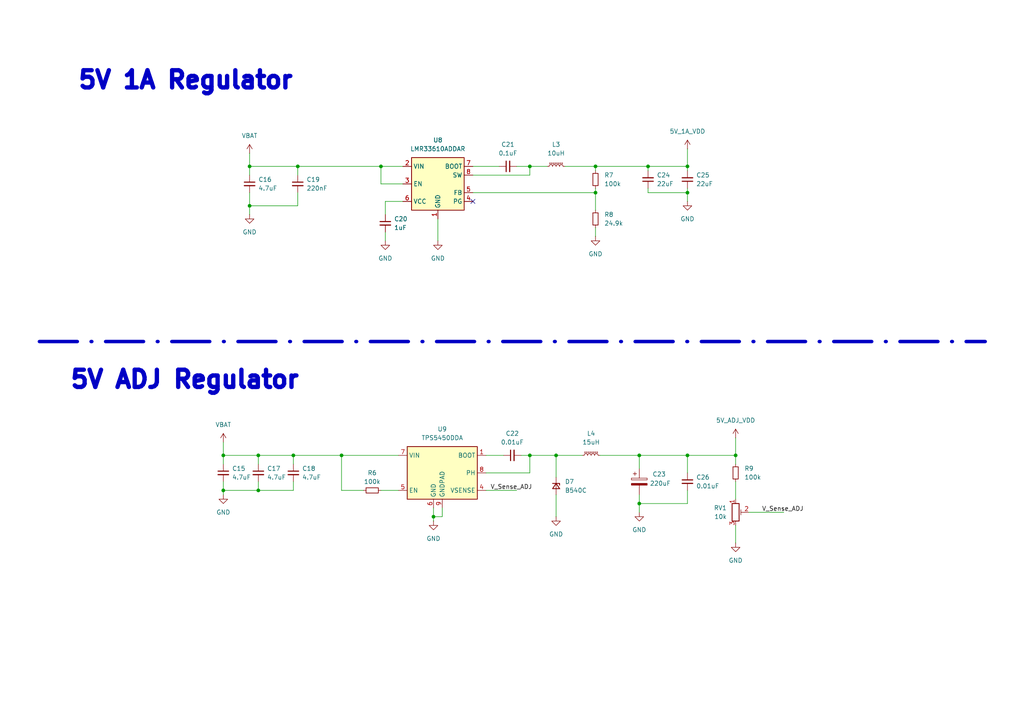
<source format=kicad_sch>
(kicad_sch (version 20250114) (generator "eeschema") (generator_version "9.0")
  (paper "A4")
  (title_block (title "5V Regülatörler") (date "06.03.2025") (rev "rev3") (company "Dronmarket") (comment 3 "Yusuf Karaböcek") (comment 4 "Designed by"))
  (lib_symbols
    (symbol "Device:C_Polarized" (pin_numbers (hide yes)) (pin_names (offset 0.254))
      (property "Reference" "C" (at 0.635 2.54 0))
      (property "Value" "C_Polarized" (at 0.635 -2.54 0))
      (symbol "C_Polarized_0_1"
        (rectangle (start -2.286 0.508) (end 2.286 1.016))
        (polyline (pts (xy -1.778 2.286) (xy -0.762 2.286)))
        (polyline (pts (xy -1.27 2.794) (xy -1.27 1.778)))
        (rectangle (start 2.286 -0.508) (end -2.286 -1.016) (fill (type outline)))
      )
      (symbol "C_Polarized_1_1"
        (pin passive line (at 0 3.81 270) (length 2.794) (name "~") (number "1"))
        (pin passive line (at 0 -3.81 90) (length 2.794) (name "~") (number "2"))
      )
    )
    (symbol "Device:C_Small" (pin_numbers (hide yes)) (pin_names (offset 0.254) (hide yes))
      (property "Reference" "C" (at 0.254 1.778 0))
      (property "Value" "C_Small" (at 0.254 -2.032 0))
      (symbol "C_Small_0_1"
        (polyline (pts (xy -1.524 0.508) (xy 1.524 0.508)) (stroke (width 0.3048)))
        (polyline (pts (xy -1.524 -0.508) (xy 1.524 -0.508)) (stroke (width 0.3302)))
      )
      (symbol "C_Small_1_1"
        (pin passive line (at 0 2.54 270) (length 2.032) (name "~") (number "1"))
        (pin passive line (at 0 -2.54 90) (length 2.032) (name "~") (number "2"))
      )
    )
    (symbol "Device:D_Zener_Small" (pin_numbers (hide yes)) (pin_names (offset 0.254) (hide yes))
      (property "Reference" "D" (at 0 2.286 0))
      (property "Value" "D_Zener_Small" (at 0 -2.286 0))
      (symbol "D_Zener_Small_0_1"
        (polyline (pts (xy -0.254 1.016) (xy -0.762 1.016) (xy -0.762 -1.016)) (stroke (width 0.254)))
        (polyline (pts (xy 0.762 1.016) (xy -0.762 0) (xy 0.762 -1.016) (xy 0.762 1.016)) (stroke (width 0.254)))
        (polyline (pts (xy 0.762 0) (xy -0.762 0)))
      )
      (symbol "D_Zener_Small_1_1"
        (pin passive line (at -2.54 0 0) (length 1.778) (name "K") (number "1"))
        (pin passive line (at 2.54 0 180) (length 1.778) (name "A") (number "2"))
      )
    )
    (symbol "Device:L_Ferrite_Small" (pin_numbers (hide yes)) (pin_names (offset 0.254) (hide yes))
      (property "Reference" "L" (at 1.27 1.016 0))
      (property "Value" "L_Ferrite_Small" (at 1.27 -1.27 0))
      (symbol "L_Ferrite_Small_0_1"
        (arc (start 0 2.032) (mid 0.5058 1.524) (end 0 1.016))
        (arc (start 0 1.016) (mid 0.5058 0.508) (end 0 0))
        (arc (start 0 0) (mid 0.5058 -0.508) (end 0 -1.016))
        (arc (start 0 -1.016) (mid 0.5058 -1.524) (end 0 -2.032))
        (polyline (pts (xy 0.762 1.651) (xy 0.762 1.905)))
        (polyline (pts (xy 0.762 1.143) (xy 0.762 1.397)))
        (polyline (pts (xy 0.762 0.635) (xy 0.762 0.889)))
        (polyline (pts (xy 0.762 0.127) (xy 0.762 0.381)))
        (polyline (pts (xy 0.762 -0.381) (xy 0.762 -0.127)))
        (polyline (pts (xy 0.762 -0.889) (xy 0.762 -0.635)))
        (polyline (pts (xy 0.762 -1.397) (xy 0.762 -1.143)))
        (polyline (pts (xy 0.762 -1.905) (xy 0.762 -1.651)))
        (polyline (pts (xy 1.016 1.905) (xy 1.016 1.651)))
        (polyline (pts (xy 1.016 1.397) (xy 1.016 1.143)))
        (polyline (pts (xy 1.016 0.889) (xy 1.016 0.635)))
        (polyline (pts (xy 1.016 0.381) (xy 1.016 0.127)))
        (polyline (pts (xy 1.016 -0.127) (xy 1.016 -0.381)))
        (polyline (pts (xy 1.016 -0.635) (xy 1.016 -0.889)))
        (polyline (pts (xy 1.016 -1.143) (xy 1.016 -1.397)))
        (polyline (pts (xy 1.016 -1.651) (xy 1.016 -1.905)))
      )
      (symbol "L_Ferrite_Small_1_1"
        (pin passive line (at 0 2.54 270) (length 0.508) (name "~") (number "1"))
        (pin passive line (at 0 -2.54 90) (length 0.508) (name "~") (number "2"))
      )
    )
    (symbol "Device:R_Potentiometer_Trim" (pin_names (offset 1.016) (hide yes))
      (property "Reference" "RV" (at -4.445 0 90))
      (property "Value" "R_Potentiometer_Trim" (at -2.54 0 90))
      (symbol "R_Potentiometer_Trim_0_1"
        (rectangle (start 1.016 2.54) (end -1.016 -2.54) (stroke (width 0.254)))
        (polyline (pts (xy 1.524 0.762) (xy 1.524 -0.762)))
        (polyline (pts (xy 2.54 0) (xy 1.524 0)))
      )
      (symbol "R_Potentiometer_Trim_1_1"
        (pin passive line (at 0 3.81 270) (length 1.27) (name "1") (number "1"))
        (pin passive line (at 0 -3.81 90) (length 1.27) (name "3") (number "3"))
        (pin passive line (at 3.81 0 180) (length 1.27) (name "2") (number "2"))
      )
    )
    (symbol "Device:R_Small" (pin_numbers (hide yes)) (pin_names (offset 0.254) (hide yes))
      (property "Reference" "R" (at 0.762 0.508 0))
      (property "Value" "R_Small" (at 0.762 -1.016 0))
      (symbol "R_Small_0_1"
        (rectangle (start -0.762 1.778) (end 0.762 -1.778) (stroke (width 0.2032)))
      )
      (symbol "R_Small_1_1"
        (pin passive line (at 0 2.54 270) (length 0.762) (name "~") (number "1"))
        (pin passive line (at 0 -2.54 90) (length 0.762) (name "~") (number "2"))
      )
    )
    (symbol "Regulator_Switching:LMR33610ADDAR"
      (property "Reference" "U" (at 0 11.43 0))
      (property "Value" "LMR33610ADDAR" (at 0 8.89 0))
      (symbol "LMR33610ADDAR_0_1"
        (rectangle (start -7.62 7.62) (end 7.62 -7.62) (stroke (width 0.254)) (fill (type background)))
      )
      (symbol "LMR33610ADDAR_1_1"
        (pin power_in line (at -10.16 5.08 0) (length 2.54) (name "VIN") (number "2"))
        (pin input line (at -10.16 0 0) (length 2.54) (name "EN") (number "3"))
        (pin power_out line (at -10.16 -5.08 0) (length 2.54) (name "VCC") (number "6"))
        (pin power_in line (at 0 -10.16 90) (length 2.54) (name "GND") (number "1"))
        (pin passive line (at 0 -10.16 90) (length 2.54) (hide yes) (name "GND") (number "9"))
        (pin input line (at 10.16 5.08 180) (length 2.54) (name "BOOT") (number "7"))
        (pin output line (at 10.16 2.54 180) (length 2.54) (name "SW") (number "8"))
        (pin input line (at 10.16 -2.54 180) (length 2.54) (name "FB") (number "5"))
        (pin open_collector line (at 10.16 -5.08 180) (length 2.54) (name "PG") (number "4"))
      )
    )
    (symbol "Regulator_Switching:TPS5430DDA"
      (property "Reference" "U" (at -10.16 8.89 0))
      (property "Value" "TPS5430DDA" (at -1.27 8.89 0))
      (symbol "TPS5430DDA_0_1"
        (rectangle (start -10.16 7.62) (end 10.16 -7.62) (stroke (width 0.254)) (fill (type background)))
      )
      (symbol "TPS5430DDA_1_1"
        (pin power_in line (at -12.7 5.08 0) (length 2.54) (name "VIN") (number "7"))
        (pin input line (at -12.7 -5.08 0) (length 2.54) (name "EN") (number "5"))
        (pin no_connect line (at -10.16 2.54 0) (length 2.54) (hide yes) (name "NC") (number "2"))
        (pin no_connect line (at -10.16 -2.54 0) (length 2.54) (hide yes) (name "NC") (number "3"))
        (pin power_in line (at -2.54 -10.16 90) (length 2.54) (name "GND") (number "6"))
        (pin power_in line (at 0 -10.16 90) (length 2.54) (name "GNDPAD") (number "9"))
        (pin input line (at 12.7 5.08 180) (length 2.54) (name "BOOT") (number "1"))
        (pin output line (at 12.7 0 180) (length 2.54) (name "PH") (number "8"))
        (pin input line (at 12.7 -5.08 180) (length 2.54) (name "VSENSE") (number "4"))
      )
    )
    (symbol "power:GND" (power) (pin_numbers (hide yes)) (pin_names (offset 0) (hide yes))
      (property "Value" "GND" (at 0 -3.81 0))
      (symbol "GND_0_1"
        (polyline (pts (xy 0 0) (xy 0 -1.27) (xy 1.27 -1.27) (xy 0 -2.54) (xy -1.27 -1.27) (xy 0 -1.27)))
      )
      (symbol "GND_1_1"
        (pin power_in line (at 0 0 270) (length 0) (name "~") (number "1"))
      )
    )
    (symbol "power:VDD" (power) (pin_numbers (hide yes)) (pin_names (offset 0) (hide yes))
      (property "Value" "VDD" (at 0 3.556 0))
      (symbol "VDD_0_1"
        (polyline (pts (xy -0.762 1.27) (xy 0 2.54)))
        (polyline (pts (xy 0 2.54) (xy 0.762 1.27)))
        (polyline (pts (xy 0 0) (xy 0 2.54)))
      )
      (symbol "VDD_1_1"
        (pin power_in line (at 0 0 90) (length 0) (name "~") (number "1"))
      )
    )
  )
  (text "5V ADJ Regulator\n" (at 53.594 110.236 0) (effects (font (size 5 5) (thickness 1.4) (bold yes))))
  (text "5V 1A Regulator\n" (at 53.848 23.368 0) (effects (font (size 5 5) (thickness 1.4) (bold yes))))
  (junction (at 110.49 48.26))
  (junction (at 172.72 48.26))
  (junction (at 187.96 48.26))
  (junction (at 153.67 132.08))
  (junction (at 161.29 132.08))
  (junction (at 199.39 48.26))
  (junction (at 125.73 149.86))
  (junction (at 153.67 48.26))
  (junction (at 72.39 48.26))
  (junction (at 199.39 132.08))
  (junction (at 99.06 132.08))
  (junction (at 185.42 146.05))
  (junction (at 213.36 132.08))
  (junction (at 85.09 132.08))
  (junction (at 74.93 132.08))
  (junction (at 74.93 142.24))
  (junction (at 64.77 142.24))
  (junction (at 199.39 55.88))
  (junction (at 172.72 55.88))
  (junction (at 72.39 59.69))
  (junction (at 86.36 48.26))
  (junction (at 64.77 132.08))
  (junction (at 185.42 132.08))
  (no_connect (at 137.16 58.42))
  (wire (pts (xy 99.06 142.24) (xy 99.06 132.08)))
  (wire (pts (xy 213.36 132.08) (xy 199.39 132.08)))
  (wire (pts (xy 64.77 139.7) (xy 64.77 142.24)))
  (wire (pts (xy 185.42 143.51) (xy 185.42 146.05)))
  (wire (pts (xy 64.77 134.62) (xy 64.77 132.08)))
  (wire (pts (xy 173.99 132.08) (xy 185.42 132.08)))
  (wire (pts (xy 161.29 143.51) (xy 161.29 149.86)))
  (wire (pts (xy 185.42 146.05) (xy 185.42 148.59)))
  (wire (pts (xy 99.06 132.08) (xy 85.09 132.08)))
  (wire (pts (xy 199.39 49.53) (xy 199.39 48.26)))
  (wire (pts (xy 85.09 139.7) (xy 85.09 142.24)))
  (wire (pts (xy 72.39 59.69) (xy 72.39 62.23)))
  (wire (pts (xy 86.36 48.26) (xy 110.49 48.26)))
  (wire (pts (xy 187.96 48.26) (xy 172.72 48.26)))
  (wire (pts (xy 74.93 142.24) (xy 64.77 142.24)))
  (wire (pts (xy 86.36 59.69) (xy 72.39 59.69)))
  (wire (pts (xy 86.36 48.26) (xy 72.39 48.26)))
  (wire (pts (xy 140.97 142.24) (xy 149.86 142.24)))
  (wire (pts (xy 137.16 48.26) (xy 144.78 48.26)))
  (wire (pts (xy 64.77 132.08) (xy 74.93 132.08)))
  (wire (pts (xy 105.41 142.24) (xy 99.06 142.24)))
  (wire (pts (xy 125.73 147.32) (xy 125.73 149.86)))
  (wire (pts (xy 153.67 132.08) (xy 161.29 132.08)))
  (wire (pts (xy 111.76 62.23) (xy 111.76 58.42)))
  (wire (pts (xy 153.67 48.26) (xy 158.75 48.26)))
  (wire (pts (xy 85.09 132.08) (xy 85.09 134.62)))
  (wire (pts (xy 64.77 128.27) (xy 64.77 132.08)))
  (wire (pts (xy 85.09 142.24) (xy 74.93 142.24)))
  (wire (pts (xy 149.86 48.26) (xy 153.67 48.26)))
  (wire (pts (xy 172.72 49.53) (xy 172.72 48.26)))
  (wire (pts (xy 172.72 48.26) (xy 163.83 48.26)))
  (wire (pts (xy 111.76 58.42) (xy 116.84 58.42)))
  (wire (pts (xy 199.39 137.16) (xy 199.39 132.08)))
  (wire (pts (xy 127 63.5) (xy 127 69.85)))
  (wire (pts (xy 72.39 44.45) (xy 72.39 48.26)))
  (wire (pts (xy 199.39 48.26) (xy 187.96 48.26)))
  (wire (pts (xy 125.73 149.86) (xy 125.73 151.13)))
  (wire (pts (xy 199.39 55.88) (xy 199.39 58.42)))
  (wire (pts (xy 110.49 53.34) (xy 110.49 48.26)))
  (wire (pts (xy 199.39 132.08) (xy 185.42 132.08)))
  (wire (pts (xy 199.39 54.61) (xy 199.39 55.88)))
  (wire (pts (xy 213.36 139.7) (xy 213.36 144.78)))
  (wire (pts (xy 74.93 134.62) (xy 74.93 132.08)))
  (wire (pts (xy 172.72 54.61) (xy 172.72 55.88)))
  (wire (pts (xy 128.27 149.86) (xy 125.73 149.86)))
  (wire (pts (xy 74.93 132.08) (xy 85.09 132.08)))
  (wire (pts (xy 161.29 132.08) (xy 168.91 132.08)))
  (wire (pts (xy 140.97 137.16) (xy 153.67 137.16)))
  (wire (pts (xy 72.39 48.26) (xy 72.39 50.8)))
  (wire (pts (xy 172.72 55.88) (xy 172.72 60.96)))
  (wire (pts (xy 137.16 50.8) (xy 153.67 50.8)))
  (wire (pts (xy 153.67 137.16) (xy 153.67 132.08)))
  (wire (pts (xy 217.17 148.59) (xy 227.33 148.59)))
  (wire (pts (xy 161.29 132.08) (xy 161.29 138.43)))
  (wire (pts (xy 72.39 55.88) (xy 72.39 59.69)))
  (wire (pts (xy 199.39 43.18) (xy 199.39 48.26)))
  (wire (pts (xy 187.96 54.61) (xy 187.96 55.88)))
  (wire (pts (xy 110.49 142.24) (xy 115.57 142.24)))
  (wire (pts (xy 199.39 146.05) (xy 185.42 146.05)))
  (wire (pts (xy 213.36 127) (xy 213.36 132.08)))
  (wire (pts (xy 153.67 50.8) (xy 153.67 48.26)))
  (wire (pts (xy 110.49 48.26) (xy 116.84 48.26)))
  (wire (pts (xy 185.42 132.08) (xy 185.42 135.89)))
  (wire (pts (xy 74.93 139.7) (xy 74.93 142.24)))
  (wire (pts (xy 86.36 55.88) (xy 86.36 59.69)))
  (wire (pts (xy 172.72 66.04) (xy 172.72 68.58)))
  (wire (pts (xy 213.36 134.62) (xy 213.36 132.08)))
  (wire (pts (xy 115.57 132.08) (xy 99.06 132.08)))
  (wire (pts (xy 213.36 152.4) (xy 213.36 157.48)))
  (wire (pts (xy 137.16 55.88) (xy 172.72 55.88)))
  (wire (pts (xy 199.39 142.24) (xy 199.39 146.05)))
  (wire (pts (xy 64.77 142.24) (xy 64.77 143.51)))
  (wire (pts (xy 128.27 147.32) (xy 128.27 149.86)))
  (polyline (pts (xy 11.43 99.06) (xy 285.75 99.06)) (stroke (width 1) (type dash_dot)))
  (wire (pts (xy 151.13 132.08) (xy 153.67 132.08)))
  (wire (pts (xy 86.36 50.8) (xy 86.36 48.26)))
  (wire (pts (xy 111.76 67.31) (xy 111.76 69.85)))
  (wire (pts (xy 140.97 132.08) (xy 146.05 132.08)))
  (wire (pts (xy 187.96 55.88) (xy 199.39 55.88)))
  (wire (pts (xy 116.84 53.34) (xy 110.49 53.34)))
  (wire (pts (xy 187.96 49.53) (xy 187.96 48.26)))
  (label "V_Sense_ADJ" (at 220.98 148.59 0))
  (label "V_Sense_ADJ" (at 142.24 142.24 0))
  (symbol (lib_id "power:GND") (at 111.76 69.85 0) (unit 1)
    (property "Reference" "#PWR039" (effects (hide yes)))
    (property "Value" "GND" (at 111.76 74.93 0))
    (property "Description" "Power symbol creates a global label with name \"GND\" , ground" (effects (hide yes)))
  )
  (symbol (lib_id "power:VDD") (at 64.77 128.27 0) (unit 1)
    (property "Reference" "#PWR035" (effects (hide yes)))
    (property "Value" "VBAT" (at 64.77 123.19 0))
    (property "Description" "Power symbol creates a global label with name \"VDD\"" (effects (hide yes)))
  )
  (symbol (lib_id "Device:C_Small") (at 64.77 137.16 0) (unit 1)
    (property "Reference" "C15" (at 67.31 135.8962 0) (effects (justify left)))
    (property "Value" "4.7uF" (at 67.31 138.4362 0) (effects (justify left)))
    (property "Footprint" "Capacitor_SMD:C_0603_1608Metric_Pad1.08x0.95mm_HandSolder" (effects (hide yes)))
    (property "Description" "Unpolarized capacitor, small symbol" (effects (hide yes)))
  )
  (symbol (lib_id "Device:L_Ferrite_Small") (at 161.29 48.26 90) (unit 1)
    (property "Reference" "L3" (at 161.29 41.91 90))
    (property "Value" "10uH" (at 161.29 44.45 90))
    (property "Footprint" "Inductor_SMD:L_7.3x7.3_H3.5" (effects (hide yes)))
    (property "Description" "Inductor with ferrite core, small symbol" (effects (hide yes)))
  )
  (symbol (lib_id "power:VDD") (at 72.39 44.45 0) (unit 1)
    (property "Reference" "#PWR037" (effects (hide yes)))
    (property "Value" "VBAT" (at 72.39 39.37 0))
    (property "Description" "Power symbol creates a global label with name \"VDD\"" (effects (hide yes)))
  )
  (symbol (lib_id "Device:C_Small") (at 74.93 137.16 0) (unit 1)
    (property "Reference" "C17" (at 77.47 135.8962 0) (effects (justify left)))
    (property "Value" "4.7uF" (at 77.47 138.4362 0) (effects (justify left)))
    (property "Footprint" "Capacitor_SMD:C_0603_1608Metric_Pad1.08x0.95mm_HandSolder" (effects (hide yes)))
    (property "Description" "Unpolarized capacitor, small symbol" (effects (hide yes)))
  )
  (symbol (lib_id "power:GND") (at 64.77 143.51 0) (unit 1)
    (property "Reference" "#PWR036" (effects (hide yes)))
    (property "Value" "GND" (at 64.77 148.59 0))
    (property "Description" "Power symbol creates a global label with name \"GND\" , ground" (effects (hide yes)))
  )
  (symbol (lib_id "power:VDD") (at 213.36 127 0) (unit 1)
    (property "Reference" "#PWR047" (effects (hide yes)))
    (property "Value" "5V_ADJ_VDD" (at 213.36 121.92 0))
    (property "Description" "Power symbol creates a global label with name \"VDD\"" (effects (hide yes)))
  )
  (symbol (lib_id "Device:C_Small") (at 199.39 139.7 0) (unit 1)
    (property "Reference" "C26" (at 201.93 138.4362 0) (effects (justify left)))
    (property "Value" "0.01uF" (at 201.93 140.9762 0) (effects (justify left)))
    (property "Footprint" "Capacitor_SMD:C_0603_1608Metric_Pad1.08x0.95mm_HandSolder" (effects (hide yes)))
    (property "Description" "Unpolarized capacitor, small symbol" (effects (hide yes)))
  )
  (symbol (lib_id "power:GND") (at 161.29 149.86 0) (unit 1)
    (property "Reference" "#PWR042" (effects (hide yes)))
    (property "Value" "GND" (at 161.29 154.94 0))
    (property "Description" "Power symbol creates a global label with name \"GND\" , ground" (effects (hide yes)))
  )
  (symbol (lib_id "power:VDD") (at 199.39 43.18 0) (unit 1)
    (property "Reference" "#PWR045" (effects (hide yes)))
    (property "Value" "5V_1A_VDD" (at 199.39 38.1 0))
    (property "Description" "Power symbol creates a global label with name \"VDD\"" (effects (hide yes)))
  )
  (symbol (lib_id "Device:C_Small") (at 85.09 137.16 0) (unit 1)
    (property "Reference" "C18" (at 87.63 135.8962 0) (effects (justify left)))
    (property "Value" "4.7uF" (at 87.63 138.4362 0) (effects (justify left)))
    (property "Footprint" "Capacitor_SMD:C_0603_1608Metric_Pad1.08x0.95mm_HandSolder" (effects (hide yes)))
    (property "Description" "Unpolarized capacitor, small symbol" (effects (hide yes)))
  )
  (symbol (lib_id "power:GND") (at 72.39 62.23 0) (unit 1)
    (property "Reference" "#PWR038" (effects (hide yes)))
    (property "Value" "GND" (at 72.39 67.31 0))
    (property "Description" "Power symbol creates a global label with name \"GND\" , ground" (effects (hide yes)))
  )
  (symbol (lib_id "power:GND") (at 185.42 148.59 0) (unit 1)
    (property "Reference" "#PWR044" (effects (hide yes)))
    (property "Value" "GND" (at 185.42 153.67 0))
    (property "Description" "Power symbol creates a global label with name \"GND\" , ground" (effects (hide yes)))
  )
  (symbol (lib_id "Device:R_Small") (at 172.72 52.07 0) (unit 1)
    (property "Reference" "R7" (at 175.26 50.7999 0) (effects (justify left)))
    (property "Value" "100k" (at 175.26 53.3399 0) (effects (justify left)))
    (property "Footprint" "Resistor_SMD:R_0603_1608Metric_Pad0.98x0.95mm_HandSolder" (effects (hide yes)))
    (property "Description" "Resistor, small symbol" (effects (hide yes)))
  )
  (symbol (lib_id "Device:C_Small") (at 72.39 53.34 0) (unit 1)
    (property "Reference" "C16" (at 74.93 52.0762 0) (effects (justify left)))
    (property "Value" "4.7uF" (at 74.93 54.6162 0) (effects (justify left)))
    (property "Footprint" "Capacitor_SMD:C_1206_3216Metric_Pad1.33x1.80mm_HandSolder" (effects (hide yes)))
    (property "Description" "Unpolarized capacitor, small symbol" (effects (hide yes)))
  )
  (symbol (lib_id "power:GND") (at 199.39 58.42 0) (unit 1)
    (property "Reference" "#PWR046" (effects (hide yes)))
    (property "Value" "GND" (at 199.39 63.5 0))
    (property "Description" "Power symbol creates a global label with name \"GND\" , ground" (effects (hide yes)))
  )
  (symbol (lib_id "Device:C_Small") (at 187.96 52.07 180) (unit 1)
    (property "Reference" "C24" (at 190.5 50.7935 0) (effects (justify right)))
    (property "Value" "22uF" (at 190.5 53.3335 0) (effects (justify right)))
    (property "Footprint" "Capacitor_SMD:C_1206_3216Metric_Pad1.33x1.80mm_HandSolder" (effects (hide yes)))
    (property "Description" "Unpolarized capacitor, small symbol" (effects (hide yes)))
  )
  (symbol (lib_id "power:GND") (at 125.73 151.13 0) (unit 1)
    (property "Reference" "#PWR040" (effects (hide yes)))
    (property "Value" "GND" (at 125.73 156.21 0))
    (property "Description" "Power symbol creates a global label with name \"GND\" , ground" (effects (hide yes)))
  )
  (symbol (lib_id "Device:L_Ferrite_Small") (at 171.45 132.08 90) (unit 1)
    (property "Reference" "L4" (at 171.45 125.73 90))
    (property "Value" "15uH" (at 171.45 128.27 90))
    (property "Footprint" "Inductor_SMD:L_7.3x7.3_H3.5" (effects (hide yes)))
    (property "Description" "Inductor with ferrite core, small symbol" (effects (hide yes)))
  )
  (symbol (lib_id "Device:D_Zener_Small") (at 161.29 140.97 270) (unit 1)
    (property "Reference" "D7" (at 163.83 139.6999 90) (effects (justify left)))
    (property "Value" "B540C" (at 163.83 142.2399 90) (effects (justify left)))
    (property "Footprint" "Diode_SMD:D_SMA" (effects (hide yes)))
    (property "Description" "Zener diode, small symbol" (effects (hide yes)))
  )
  (symbol (lib_id "Device:R_Small") (at 172.72 63.5 0) (unit 1)
    (property "Reference" "R8" (at 175.26 62.2299 0) (effects (justify left)))
    (property "Value" "24.9k" (at 175.26 64.7699 0) (effects (justify left)))
    (property "Footprint" "Resistor_SMD:R_0603_1608Metric_Pad0.98x0.95mm_HandSolder" (effects (hide yes)))
    (property "Description" "Resistor, small symbol" (effects (hide yes)))
  )
  (symbol (lib_id "Regulator_Switching:LMR33610ADDAR") (at 127 53.34 0) (unit 1)
    (property "Reference" "U8" (at 127 40.64 0))
    (property "Value" "LMR33610ADDAR" (at 127 43.18 0))
    (property "Footprint" "Package_SO:Texas_HSOP-8-1EP_3.9x4.9mm_P1.27mm_ThermalVias" (effects (hide yes)))
    (property "Datasheet" "http://www.ti.com/lit/ds/symlink/lmr33610.pdf" (effects (hide yes)))
    (property "Description" "Simple Switcher Synchronous Buck Regulator, Vin=3.8-36V, Iout=1A, F=400kHz, Adjustable output voltage, HSOP-8" (effects (hide yes)))
  )
  (symbol (lib_id "Device:R_Small") (at 107.95 142.24 90) (unit 1)
    (property "Reference" "R6" (at 107.95 137.16 90))
    (property "Value" "100k" (at 107.95 139.7 90))
    (property "Footprint" "Resistor_SMD:R_0603_1608Metric_Pad0.98x0.95mm_HandSolder" (effects (hide yes)))
    (property "Description" "Resistor, small symbol" (effects (hide yes)))
  )
  (symbol (lib_id "power:GND") (at 172.72 68.58 0) (unit 1)
    (property "Reference" "#PWR043" (effects (hide yes)))
    (property "Value" "GND" (at 172.72 73.66 0))
    (property "Description" "Power symbol creates a global label with name \"GND\" , ground" (effects (hide yes)))
  )
  (symbol (lib_id "Device:C_Polarized") (at 185.42 139.7 0) (unit 1)
    (property "Reference" "C23" (at 189.23 137.5409 0) (effects (justify left)))
    (property "Value" "220uF" (at 188.468 140.208 0) (effects (justify left)))
    (property "Footprint" "Capacitor_Tantalum_SMD:CP_EIA-7343-43_Kemet-X_HandSolder" (effects (hide yes)))
    (property "Description" "Polarized capacitor" (effects (hide yes)))
  )
  (symbol (lib_id "Device:C_Small") (at 199.39 52.07 180) (unit 1)
    (property "Reference" "C25" (at 201.93 50.7935 0) (effects (justify right)))
    (property "Value" "22uF" (at 201.93 53.3335 0) (effects (justify right)))
    (property "Footprint" "Capacitor_SMD:C_1206_3216Metric_Pad1.33x1.80mm_HandSolder" (effects (hide yes)))
    (property "Description" "Unpolarized capacitor, small symbol" (effects (hide yes)))
  )
  (symbol (lib_id "Device:R_Potentiometer_Trim") (at 213.36 148.59 0) (unit 1)
    (property "Reference" "RV1" (at 210.82 147.3199 0) (effects (justify right)))
    (property "Value" "10k" (at 210.82 149.8599 0) (effects (justify right)))
    (property "Footprint" "Potentiometer_THT:Potentiometer_Bourns_3296W_Vertical" (effects (hide yes)))
    (property "Description" "Trim-potentiometer" (effects (hide yes)))
  )
  (symbol (lib_id "Device:C_Small") (at 147.32 48.26 90) (unit 1)
    (property "Reference" "C21" (at 147.3263 41.91 90))
    (property "Value" "0.1uF" (at 147.3263 44.45 90))
    (property "Footprint" "Capacitor_SMD:C_0603_1608Metric_Pad1.08x0.95mm_HandSolder" (effects (hide yes)))
    (property "Description" "Unpolarized capacitor, small symbol" (effects (hide yes)))
  )
  (symbol (lib_id "Regulator_Switching:TPS5430DDA") (at 128.27 137.16 0) (unit 1)
    (property "Reference" "U9" (at 128.27 124.46 0))
    (property "Value" "TPS5450DDA" (at 128.27 127 0))
    (property "Footprint" "Package_SO:TI_SO-PowerPAD-8_ThermalVias" (effects (hide yes)))
    (property "Datasheet" "http://www.ti.com/lit/ds/symlink/tps5430.pdf" (effects (hide yes)))
    (property "Description" "3A, Step Down Swift Converter, Adjustable Output Voltage, 5.5-36V Input Voltage, PowerSO-8" (effects (hide yes)))
  )
  (symbol (lib_id "Device:C_Small") (at 111.76 64.77 0) (unit 1)
    (property "Reference" "C20" (at 114.3 63.5062 0) (effects (justify left)))
    (property "Value" "1uF" (at 114.3 66.0462 0) (effects (justify left)))
    (property "Footprint" "Capacitor_SMD:C_0603_1608Metric_Pad1.08x0.95mm_HandSolder" (effects (hide yes)))
    (property "Description" "Unpolarized capacitor, small symbol" (effects (hide yes)))
  )
  (symbol (lib_id "Device:C_Small") (at 148.59 132.08 90) (unit 1)
    (property "Reference" "C22" (at 148.5963 125.73 90))
    (property "Value" "0.01uF" (at 148.5963 128.27 90))
    (property "Footprint" "Capacitor_SMD:C_0603_1608Metric_Pad1.08x0.95mm_HandSolder" (effects (hide yes)))
    (property "Description" "Unpolarized capacitor, small symbol" (effects (hide yes)))
  )
  (symbol (lib_id "power:GND") (at 213.36 157.48 0) (unit 1)
    (property "Reference" "#PWR048" (effects (hide yes)))
    (property "Value" "GND" (at 213.36 162.56 0))
    (property "Description" "Power symbol creates a global label with name \"GND\" , ground" (effects (hide yes)))
  )
  (symbol (lib_id "Device:R_Small") (at 213.36 137.16 0) (unit 1)
    (property "Reference" "R9" (at 215.9 135.8899 0) (effects (justify left)))
    (property "Value" "100k" (at 215.9 138.4299 0) (effects (justify left)))
    (property "Footprint" "Resistor_SMD:R_0603_1608Metric_Pad0.98x0.95mm_HandSolder" (effects (hide yes)))
    (property "Description" "Resistor, small symbol" (effects (hide yes)))
  )
  (symbol (lib_id "Device:C_Small") (at 86.36 53.34 0) (unit 1)
    (property "Reference" "C19" (at 88.9 52.0762 0) (effects (justify left)))
    (property "Value" "220nF" (at 88.9 54.6162 0) (effects (justify left)))
    (property "Footprint" "Capacitor_SMD:C_0603_1608Metric_Pad1.08x0.95mm_HandSolder" (effects (hide yes)))
    (property "Description" "Unpolarized capacitor, small symbol" (effects (hide yes)))
  )
  (symbol (lib_id "power:GND") (at 127 69.85 0) (unit 1)
    (property "Reference" "#PWR041" (effects (hide yes)))
    (property "Value" "GND" (at 127 74.93 0))
    (property "Description" "Power symbol creates a global label with name \"GND\" , ground" (effects (hide yes)))
  )
)
</source>
